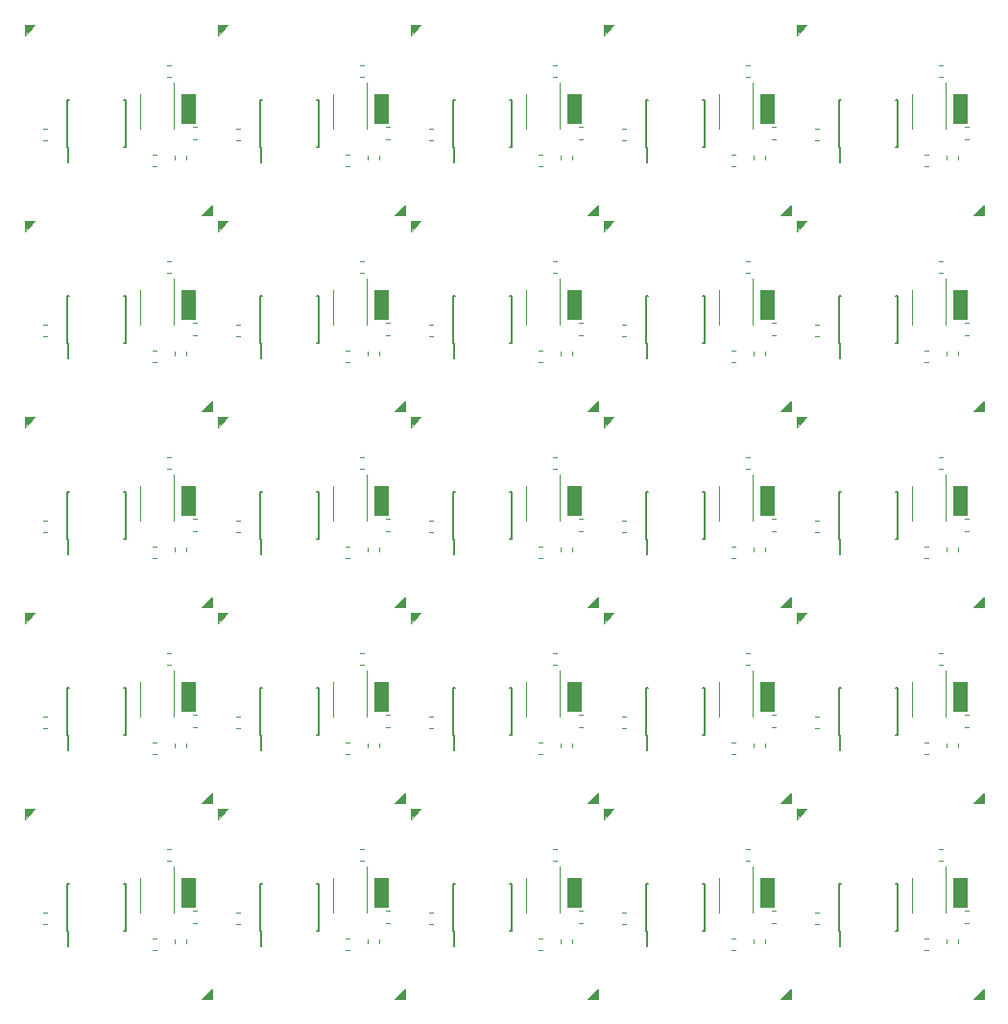
<source format=gto>
G04 #@! TF.GenerationSoftware,KiCad,Pcbnew,5.1.0*
G04 #@! TF.CreationDate,2019-09-19T00:51:00+09:00*
G04 #@! TF.ProjectId,panelized_key,70616e65-6c69-47a6-9564-5f6b65792e6b,rev?*
G04 #@! TF.SameCoordinates,Original*
G04 #@! TF.FileFunction,Legend,Top*
G04 #@! TF.FilePolarity,Positive*
%FSLAX46Y46*%
G04 Gerber Fmt 4.6, Leading zero omitted, Abs format (unit mm)*
G04 Created by KiCad (PCBNEW 5.1.0) date 2019-09-19 00:51:00*
%MOMM*%
%LPD*%
G04 APERTURE LIST*
%ADD10C,0.100000*%
%ADD11C,0.120000*%
%ADD12C,0.150000*%
G04 APERTURE END LIST*
D10*
G36*
X27940000Y-90678000D02*
G01*
X26797000Y-90678000D01*
X26797000Y-88138000D01*
X27940000Y-88138000D01*
X27940000Y-90678000D01*
G37*
X27940000Y-90678000D02*
X26797000Y-90678000D01*
X26797000Y-88138000D01*
X27940000Y-88138000D01*
X27940000Y-90678000D01*
G36*
X12954000Y-82931000D02*
G01*
X12954000Y-82042000D01*
X13843000Y-82042000D01*
X12954000Y-82931000D01*
G37*
X12954000Y-82931000D02*
X12954000Y-82042000D01*
X13843000Y-82042000D01*
X12954000Y-82931000D01*
G36*
X29464000Y-98806000D02*
G01*
X28575000Y-98806000D01*
X29464000Y-97917000D01*
X29464000Y-98806000D01*
G37*
X29464000Y-98806000D02*
X28575000Y-98806000D01*
X29464000Y-97917000D01*
X29464000Y-98806000D01*
G36*
X44958000Y-90678000D02*
G01*
X43815000Y-90678000D01*
X43815000Y-88138000D01*
X44958000Y-88138000D01*
X44958000Y-90678000D01*
G37*
X44958000Y-90678000D02*
X43815000Y-90678000D01*
X43815000Y-88138000D01*
X44958000Y-88138000D01*
X44958000Y-90678000D01*
G36*
X46990000Y-82931000D02*
G01*
X46990000Y-82042000D01*
X47879000Y-82042000D01*
X46990000Y-82931000D01*
G37*
X46990000Y-82931000D02*
X46990000Y-82042000D01*
X47879000Y-82042000D01*
X46990000Y-82931000D01*
G36*
X78994000Y-90678000D02*
G01*
X77851000Y-90678000D01*
X77851000Y-88138000D01*
X78994000Y-88138000D01*
X78994000Y-90678000D01*
G37*
X78994000Y-90678000D02*
X77851000Y-90678000D01*
X77851000Y-88138000D01*
X78994000Y-88138000D01*
X78994000Y-90678000D01*
G36*
X64008000Y-82931000D02*
G01*
X64008000Y-82042000D01*
X64897000Y-82042000D01*
X64008000Y-82931000D01*
G37*
X64008000Y-82931000D02*
X64008000Y-82042000D01*
X64897000Y-82042000D01*
X64008000Y-82931000D01*
G36*
X80518000Y-98806000D02*
G01*
X79629000Y-98806000D01*
X80518000Y-97917000D01*
X80518000Y-98806000D01*
G37*
X80518000Y-98806000D02*
X79629000Y-98806000D01*
X80518000Y-97917000D01*
X80518000Y-98806000D01*
G36*
X61976000Y-90678000D02*
G01*
X60833000Y-90678000D01*
X60833000Y-88138000D01*
X61976000Y-88138000D01*
X61976000Y-90678000D01*
G37*
X61976000Y-90678000D02*
X60833000Y-90678000D01*
X60833000Y-88138000D01*
X61976000Y-88138000D01*
X61976000Y-90678000D01*
G36*
X96012000Y-90678000D02*
G01*
X94869000Y-90678000D01*
X94869000Y-88138000D01*
X96012000Y-88138000D01*
X96012000Y-90678000D01*
G37*
X96012000Y-90678000D02*
X94869000Y-90678000D01*
X94869000Y-88138000D01*
X96012000Y-88138000D01*
X96012000Y-90678000D01*
G36*
X81026000Y-82931000D02*
G01*
X81026000Y-82042000D01*
X81915000Y-82042000D01*
X81026000Y-82931000D01*
G37*
X81026000Y-82931000D02*
X81026000Y-82042000D01*
X81915000Y-82042000D01*
X81026000Y-82931000D01*
G36*
X97536000Y-98806000D02*
G01*
X96647000Y-98806000D01*
X97536000Y-97917000D01*
X97536000Y-98806000D01*
G37*
X97536000Y-98806000D02*
X96647000Y-98806000D01*
X97536000Y-97917000D01*
X97536000Y-98806000D01*
G36*
X63500000Y-98806000D02*
G01*
X62611000Y-98806000D01*
X63500000Y-97917000D01*
X63500000Y-98806000D01*
G37*
X63500000Y-98806000D02*
X62611000Y-98806000D01*
X63500000Y-97917000D01*
X63500000Y-98806000D01*
G36*
X46482000Y-98806000D02*
G01*
X45593000Y-98806000D01*
X46482000Y-97917000D01*
X46482000Y-98806000D01*
G37*
X46482000Y-98806000D02*
X45593000Y-98806000D01*
X46482000Y-97917000D01*
X46482000Y-98806000D01*
G36*
X29972000Y-82931000D02*
G01*
X29972000Y-82042000D01*
X30861000Y-82042000D01*
X29972000Y-82931000D01*
G37*
X29972000Y-82931000D02*
X29972000Y-82042000D01*
X30861000Y-82042000D01*
X29972000Y-82931000D01*
G36*
X27940000Y-73406000D02*
G01*
X26797000Y-73406000D01*
X26797000Y-70866000D01*
X27940000Y-70866000D01*
X27940000Y-73406000D01*
G37*
X27940000Y-73406000D02*
X26797000Y-73406000D01*
X26797000Y-70866000D01*
X27940000Y-70866000D01*
X27940000Y-73406000D01*
G36*
X12954000Y-65659000D02*
G01*
X12954000Y-64770000D01*
X13843000Y-64770000D01*
X12954000Y-65659000D01*
G37*
X12954000Y-65659000D02*
X12954000Y-64770000D01*
X13843000Y-64770000D01*
X12954000Y-65659000D01*
G36*
X29464000Y-81534000D02*
G01*
X28575000Y-81534000D01*
X29464000Y-80645000D01*
X29464000Y-81534000D01*
G37*
X29464000Y-81534000D02*
X28575000Y-81534000D01*
X29464000Y-80645000D01*
X29464000Y-81534000D01*
G36*
X44958000Y-73406000D02*
G01*
X43815000Y-73406000D01*
X43815000Y-70866000D01*
X44958000Y-70866000D01*
X44958000Y-73406000D01*
G37*
X44958000Y-73406000D02*
X43815000Y-73406000D01*
X43815000Y-70866000D01*
X44958000Y-70866000D01*
X44958000Y-73406000D01*
G36*
X46990000Y-65659000D02*
G01*
X46990000Y-64770000D01*
X47879000Y-64770000D01*
X46990000Y-65659000D01*
G37*
X46990000Y-65659000D02*
X46990000Y-64770000D01*
X47879000Y-64770000D01*
X46990000Y-65659000D01*
G36*
X78994000Y-73406000D02*
G01*
X77851000Y-73406000D01*
X77851000Y-70866000D01*
X78994000Y-70866000D01*
X78994000Y-73406000D01*
G37*
X78994000Y-73406000D02*
X77851000Y-73406000D01*
X77851000Y-70866000D01*
X78994000Y-70866000D01*
X78994000Y-73406000D01*
G36*
X64008000Y-65659000D02*
G01*
X64008000Y-64770000D01*
X64897000Y-64770000D01*
X64008000Y-65659000D01*
G37*
X64008000Y-65659000D02*
X64008000Y-64770000D01*
X64897000Y-64770000D01*
X64008000Y-65659000D01*
G36*
X80518000Y-81534000D02*
G01*
X79629000Y-81534000D01*
X80518000Y-80645000D01*
X80518000Y-81534000D01*
G37*
X80518000Y-81534000D02*
X79629000Y-81534000D01*
X80518000Y-80645000D01*
X80518000Y-81534000D01*
G36*
X61976000Y-73406000D02*
G01*
X60833000Y-73406000D01*
X60833000Y-70866000D01*
X61976000Y-70866000D01*
X61976000Y-73406000D01*
G37*
X61976000Y-73406000D02*
X60833000Y-73406000D01*
X60833000Y-70866000D01*
X61976000Y-70866000D01*
X61976000Y-73406000D01*
G36*
X96012000Y-73406000D02*
G01*
X94869000Y-73406000D01*
X94869000Y-70866000D01*
X96012000Y-70866000D01*
X96012000Y-73406000D01*
G37*
X96012000Y-73406000D02*
X94869000Y-73406000D01*
X94869000Y-70866000D01*
X96012000Y-70866000D01*
X96012000Y-73406000D01*
G36*
X81026000Y-65659000D02*
G01*
X81026000Y-64770000D01*
X81915000Y-64770000D01*
X81026000Y-65659000D01*
G37*
X81026000Y-65659000D02*
X81026000Y-64770000D01*
X81915000Y-64770000D01*
X81026000Y-65659000D01*
G36*
X97536000Y-81534000D02*
G01*
X96647000Y-81534000D01*
X97536000Y-80645000D01*
X97536000Y-81534000D01*
G37*
X97536000Y-81534000D02*
X96647000Y-81534000D01*
X97536000Y-80645000D01*
X97536000Y-81534000D01*
G36*
X63500000Y-81534000D02*
G01*
X62611000Y-81534000D01*
X63500000Y-80645000D01*
X63500000Y-81534000D01*
G37*
X63500000Y-81534000D02*
X62611000Y-81534000D01*
X63500000Y-80645000D01*
X63500000Y-81534000D01*
G36*
X46482000Y-81534000D02*
G01*
X45593000Y-81534000D01*
X46482000Y-80645000D01*
X46482000Y-81534000D01*
G37*
X46482000Y-81534000D02*
X45593000Y-81534000D01*
X46482000Y-80645000D01*
X46482000Y-81534000D01*
G36*
X29972000Y-65659000D02*
G01*
X29972000Y-64770000D01*
X30861000Y-64770000D01*
X29972000Y-65659000D01*
G37*
X29972000Y-65659000D02*
X29972000Y-64770000D01*
X30861000Y-64770000D01*
X29972000Y-65659000D01*
G36*
X27940000Y-56134000D02*
G01*
X26797000Y-56134000D01*
X26797000Y-53594000D01*
X27940000Y-53594000D01*
X27940000Y-56134000D01*
G37*
X27940000Y-56134000D02*
X26797000Y-56134000D01*
X26797000Y-53594000D01*
X27940000Y-53594000D01*
X27940000Y-56134000D01*
G36*
X12954000Y-48387000D02*
G01*
X12954000Y-47498000D01*
X13843000Y-47498000D01*
X12954000Y-48387000D01*
G37*
X12954000Y-48387000D02*
X12954000Y-47498000D01*
X13843000Y-47498000D01*
X12954000Y-48387000D01*
G36*
X29464000Y-64262000D02*
G01*
X28575000Y-64262000D01*
X29464000Y-63373000D01*
X29464000Y-64262000D01*
G37*
X29464000Y-64262000D02*
X28575000Y-64262000D01*
X29464000Y-63373000D01*
X29464000Y-64262000D01*
G36*
X44958000Y-56134000D02*
G01*
X43815000Y-56134000D01*
X43815000Y-53594000D01*
X44958000Y-53594000D01*
X44958000Y-56134000D01*
G37*
X44958000Y-56134000D02*
X43815000Y-56134000D01*
X43815000Y-53594000D01*
X44958000Y-53594000D01*
X44958000Y-56134000D01*
G36*
X46990000Y-48387000D02*
G01*
X46990000Y-47498000D01*
X47879000Y-47498000D01*
X46990000Y-48387000D01*
G37*
X46990000Y-48387000D02*
X46990000Y-47498000D01*
X47879000Y-47498000D01*
X46990000Y-48387000D01*
G36*
X78994000Y-56134000D02*
G01*
X77851000Y-56134000D01*
X77851000Y-53594000D01*
X78994000Y-53594000D01*
X78994000Y-56134000D01*
G37*
X78994000Y-56134000D02*
X77851000Y-56134000D01*
X77851000Y-53594000D01*
X78994000Y-53594000D01*
X78994000Y-56134000D01*
G36*
X64008000Y-48387000D02*
G01*
X64008000Y-47498000D01*
X64897000Y-47498000D01*
X64008000Y-48387000D01*
G37*
X64008000Y-48387000D02*
X64008000Y-47498000D01*
X64897000Y-47498000D01*
X64008000Y-48387000D01*
G36*
X80518000Y-64262000D02*
G01*
X79629000Y-64262000D01*
X80518000Y-63373000D01*
X80518000Y-64262000D01*
G37*
X80518000Y-64262000D02*
X79629000Y-64262000D01*
X80518000Y-63373000D01*
X80518000Y-64262000D01*
G36*
X61976000Y-56134000D02*
G01*
X60833000Y-56134000D01*
X60833000Y-53594000D01*
X61976000Y-53594000D01*
X61976000Y-56134000D01*
G37*
X61976000Y-56134000D02*
X60833000Y-56134000D01*
X60833000Y-53594000D01*
X61976000Y-53594000D01*
X61976000Y-56134000D01*
G36*
X96012000Y-56134000D02*
G01*
X94869000Y-56134000D01*
X94869000Y-53594000D01*
X96012000Y-53594000D01*
X96012000Y-56134000D01*
G37*
X96012000Y-56134000D02*
X94869000Y-56134000D01*
X94869000Y-53594000D01*
X96012000Y-53594000D01*
X96012000Y-56134000D01*
G36*
X81026000Y-48387000D02*
G01*
X81026000Y-47498000D01*
X81915000Y-47498000D01*
X81026000Y-48387000D01*
G37*
X81026000Y-48387000D02*
X81026000Y-47498000D01*
X81915000Y-47498000D01*
X81026000Y-48387000D01*
G36*
X97536000Y-64262000D02*
G01*
X96647000Y-64262000D01*
X97536000Y-63373000D01*
X97536000Y-64262000D01*
G37*
X97536000Y-64262000D02*
X96647000Y-64262000D01*
X97536000Y-63373000D01*
X97536000Y-64262000D01*
G36*
X63500000Y-64262000D02*
G01*
X62611000Y-64262000D01*
X63500000Y-63373000D01*
X63500000Y-64262000D01*
G37*
X63500000Y-64262000D02*
X62611000Y-64262000D01*
X63500000Y-63373000D01*
X63500000Y-64262000D01*
G36*
X46482000Y-64262000D02*
G01*
X45593000Y-64262000D01*
X46482000Y-63373000D01*
X46482000Y-64262000D01*
G37*
X46482000Y-64262000D02*
X45593000Y-64262000D01*
X46482000Y-63373000D01*
X46482000Y-64262000D01*
G36*
X29972000Y-48387000D02*
G01*
X29972000Y-47498000D01*
X30861000Y-47498000D01*
X29972000Y-48387000D01*
G37*
X29972000Y-48387000D02*
X29972000Y-47498000D01*
X30861000Y-47498000D01*
X29972000Y-48387000D01*
G36*
X27940000Y-38862000D02*
G01*
X26797000Y-38862000D01*
X26797000Y-36322000D01*
X27940000Y-36322000D01*
X27940000Y-38862000D01*
G37*
X27940000Y-38862000D02*
X26797000Y-38862000D01*
X26797000Y-36322000D01*
X27940000Y-36322000D01*
X27940000Y-38862000D01*
G36*
X12954000Y-31115000D02*
G01*
X12954000Y-30226000D01*
X13843000Y-30226000D01*
X12954000Y-31115000D01*
G37*
X12954000Y-31115000D02*
X12954000Y-30226000D01*
X13843000Y-30226000D01*
X12954000Y-31115000D01*
G36*
X29464000Y-46990000D02*
G01*
X28575000Y-46990000D01*
X29464000Y-46101000D01*
X29464000Y-46990000D01*
G37*
X29464000Y-46990000D02*
X28575000Y-46990000D01*
X29464000Y-46101000D01*
X29464000Y-46990000D01*
G36*
X44958000Y-38862000D02*
G01*
X43815000Y-38862000D01*
X43815000Y-36322000D01*
X44958000Y-36322000D01*
X44958000Y-38862000D01*
G37*
X44958000Y-38862000D02*
X43815000Y-38862000D01*
X43815000Y-36322000D01*
X44958000Y-36322000D01*
X44958000Y-38862000D01*
G36*
X46990000Y-31115000D02*
G01*
X46990000Y-30226000D01*
X47879000Y-30226000D01*
X46990000Y-31115000D01*
G37*
X46990000Y-31115000D02*
X46990000Y-30226000D01*
X47879000Y-30226000D01*
X46990000Y-31115000D01*
G36*
X78994000Y-38862000D02*
G01*
X77851000Y-38862000D01*
X77851000Y-36322000D01*
X78994000Y-36322000D01*
X78994000Y-38862000D01*
G37*
X78994000Y-38862000D02*
X77851000Y-38862000D01*
X77851000Y-36322000D01*
X78994000Y-36322000D01*
X78994000Y-38862000D01*
G36*
X64008000Y-31115000D02*
G01*
X64008000Y-30226000D01*
X64897000Y-30226000D01*
X64008000Y-31115000D01*
G37*
X64008000Y-31115000D02*
X64008000Y-30226000D01*
X64897000Y-30226000D01*
X64008000Y-31115000D01*
G36*
X80518000Y-46990000D02*
G01*
X79629000Y-46990000D01*
X80518000Y-46101000D01*
X80518000Y-46990000D01*
G37*
X80518000Y-46990000D02*
X79629000Y-46990000D01*
X80518000Y-46101000D01*
X80518000Y-46990000D01*
G36*
X61976000Y-38862000D02*
G01*
X60833000Y-38862000D01*
X60833000Y-36322000D01*
X61976000Y-36322000D01*
X61976000Y-38862000D01*
G37*
X61976000Y-38862000D02*
X60833000Y-38862000D01*
X60833000Y-36322000D01*
X61976000Y-36322000D01*
X61976000Y-38862000D01*
G36*
X96012000Y-38862000D02*
G01*
X94869000Y-38862000D01*
X94869000Y-36322000D01*
X96012000Y-36322000D01*
X96012000Y-38862000D01*
G37*
X96012000Y-38862000D02*
X94869000Y-38862000D01*
X94869000Y-36322000D01*
X96012000Y-36322000D01*
X96012000Y-38862000D01*
G36*
X81026000Y-31115000D02*
G01*
X81026000Y-30226000D01*
X81915000Y-30226000D01*
X81026000Y-31115000D01*
G37*
X81026000Y-31115000D02*
X81026000Y-30226000D01*
X81915000Y-30226000D01*
X81026000Y-31115000D01*
G36*
X97536000Y-46990000D02*
G01*
X96647000Y-46990000D01*
X97536000Y-46101000D01*
X97536000Y-46990000D01*
G37*
X97536000Y-46990000D02*
X96647000Y-46990000D01*
X97536000Y-46101000D01*
X97536000Y-46990000D01*
G36*
X63500000Y-46990000D02*
G01*
X62611000Y-46990000D01*
X63500000Y-46101000D01*
X63500000Y-46990000D01*
G37*
X63500000Y-46990000D02*
X62611000Y-46990000D01*
X63500000Y-46101000D01*
X63500000Y-46990000D01*
G36*
X46482000Y-46990000D02*
G01*
X45593000Y-46990000D01*
X46482000Y-46101000D01*
X46482000Y-46990000D01*
G37*
X46482000Y-46990000D02*
X45593000Y-46990000D01*
X46482000Y-46101000D01*
X46482000Y-46990000D01*
G36*
X29972000Y-31115000D02*
G01*
X29972000Y-30226000D01*
X30861000Y-30226000D01*
X29972000Y-31115000D01*
G37*
X29972000Y-31115000D02*
X29972000Y-30226000D01*
X30861000Y-30226000D01*
X29972000Y-31115000D01*
G36*
X96012000Y-21590000D02*
G01*
X94869000Y-21590000D01*
X94869000Y-19050000D01*
X96012000Y-19050000D01*
X96012000Y-21590000D01*
G37*
X96012000Y-21590000D02*
X94869000Y-21590000D01*
X94869000Y-19050000D01*
X96012000Y-19050000D01*
X96012000Y-21590000D01*
G36*
X81026000Y-13843000D02*
G01*
X81026000Y-12954000D01*
X81915000Y-12954000D01*
X81026000Y-13843000D01*
G37*
X81026000Y-13843000D02*
X81026000Y-12954000D01*
X81915000Y-12954000D01*
X81026000Y-13843000D01*
G36*
X97536000Y-29718000D02*
G01*
X96647000Y-29718000D01*
X97536000Y-28829000D01*
X97536000Y-29718000D01*
G37*
X97536000Y-29718000D02*
X96647000Y-29718000D01*
X97536000Y-28829000D01*
X97536000Y-29718000D01*
G36*
X78994000Y-21590000D02*
G01*
X77851000Y-21590000D01*
X77851000Y-19050000D01*
X78994000Y-19050000D01*
X78994000Y-21590000D01*
G37*
X78994000Y-21590000D02*
X77851000Y-21590000D01*
X77851000Y-19050000D01*
X78994000Y-19050000D01*
X78994000Y-21590000D01*
G36*
X64008000Y-13843000D02*
G01*
X64008000Y-12954000D01*
X64897000Y-12954000D01*
X64008000Y-13843000D01*
G37*
X64008000Y-13843000D02*
X64008000Y-12954000D01*
X64897000Y-12954000D01*
X64008000Y-13843000D01*
G36*
X80518000Y-29718000D02*
G01*
X79629000Y-29718000D01*
X80518000Y-28829000D01*
X80518000Y-29718000D01*
G37*
X80518000Y-29718000D02*
X79629000Y-29718000D01*
X80518000Y-28829000D01*
X80518000Y-29718000D01*
G36*
X61976000Y-21590000D02*
G01*
X60833000Y-21590000D01*
X60833000Y-19050000D01*
X61976000Y-19050000D01*
X61976000Y-21590000D01*
G37*
X61976000Y-21590000D02*
X60833000Y-21590000D01*
X60833000Y-19050000D01*
X61976000Y-19050000D01*
X61976000Y-21590000D01*
G36*
X46990000Y-13843000D02*
G01*
X46990000Y-12954000D01*
X47879000Y-12954000D01*
X46990000Y-13843000D01*
G37*
X46990000Y-13843000D02*
X46990000Y-12954000D01*
X47879000Y-12954000D01*
X46990000Y-13843000D01*
G36*
X63500000Y-29718000D02*
G01*
X62611000Y-29718000D01*
X63500000Y-28829000D01*
X63500000Y-29718000D01*
G37*
X63500000Y-29718000D02*
X62611000Y-29718000D01*
X63500000Y-28829000D01*
X63500000Y-29718000D01*
G36*
X44958000Y-21590000D02*
G01*
X43815000Y-21590000D01*
X43815000Y-19050000D01*
X44958000Y-19050000D01*
X44958000Y-21590000D01*
G37*
X44958000Y-21590000D02*
X43815000Y-21590000D01*
X43815000Y-19050000D01*
X44958000Y-19050000D01*
X44958000Y-21590000D01*
G36*
X29972000Y-13843000D02*
G01*
X29972000Y-12954000D01*
X30861000Y-12954000D01*
X29972000Y-13843000D01*
G37*
X29972000Y-13843000D02*
X29972000Y-12954000D01*
X30861000Y-12954000D01*
X29972000Y-13843000D01*
G36*
X46482000Y-29718000D02*
G01*
X45593000Y-29718000D01*
X46482000Y-28829000D01*
X46482000Y-29718000D01*
G37*
X46482000Y-29718000D02*
X45593000Y-29718000D01*
X46482000Y-28829000D01*
X46482000Y-29718000D01*
G36*
X27940000Y-21590000D02*
G01*
X26797000Y-21590000D01*
X26797000Y-19050000D01*
X27940000Y-19050000D01*
X27940000Y-21590000D01*
G37*
X27940000Y-21590000D02*
X26797000Y-21590000D01*
X26797000Y-19050000D01*
X27940000Y-19050000D01*
X27940000Y-21590000D01*
G36*
X12954000Y-13843000D02*
G01*
X12954000Y-12954000D01*
X13843000Y-12954000D01*
X12954000Y-13843000D01*
G37*
X12954000Y-13843000D02*
X12954000Y-12954000D01*
X13843000Y-12954000D01*
X12954000Y-13843000D01*
G36*
X29464000Y-29718000D02*
G01*
X28575000Y-29718000D01*
X29464000Y-28829000D01*
X29464000Y-29718000D01*
G37*
X29464000Y-29718000D02*
X28575000Y-29718000D01*
X29464000Y-28829000D01*
X29464000Y-29718000D01*
D11*
X27768733Y-92077000D02*
X28111267Y-92077000D01*
X27768733Y-91057000D02*
X28111267Y-91057000D01*
X27180000Y-93897267D02*
X27180000Y-93554733D01*
X26160000Y-93897267D02*
X26160000Y-93554733D01*
X25482733Y-86616000D02*
X25825267Y-86616000D01*
X25482733Y-85596000D02*
X25825267Y-85596000D01*
X24212733Y-94490000D02*
X24555267Y-94490000D01*
X24212733Y-93470000D02*
X24555267Y-93470000D01*
D12*
X50815000Y-92753000D02*
X50815000Y-94153000D01*
X55915000Y-92753000D02*
X55915000Y-88603000D01*
X50765000Y-92753000D02*
X50765000Y-88603000D01*
X55915000Y-92753000D02*
X55770000Y-92753000D01*
X55915000Y-88603000D02*
X55770000Y-88603000D01*
X50765000Y-88603000D02*
X50910000Y-88603000D01*
X50765000Y-92753000D02*
X50815000Y-92753000D01*
D11*
X48596733Y-91184000D02*
X48939267Y-91184000D01*
X48596733Y-92204000D02*
X48939267Y-92204000D01*
X57174000Y-91162000D02*
X57174000Y-88162000D01*
X60174000Y-91162000D02*
X60174000Y-87162000D01*
X59518733Y-85596000D02*
X59861267Y-85596000D01*
X59518733Y-86616000D02*
X59861267Y-86616000D01*
X60196000Y-93897267D02*
X60196000Y-93554733D01*
X61216000Y-93897267D02*
X61216000Y-93554733D01*
X61804733Y-91057000D02*
X62147267Y-91057000D01*
X61804733Y-92077000D02*
X62147267Y-92077000D01*
X65614733Y-91184000D02*
X65957267Y-91184000D01*
X65614733Y-92204000D02*
X65957267Y-92204000D01*
D12*
X67833000Y-92753000D02*
X67833000Y-94153000D01*
X72933000Y-92753000D02*
X72933000Y-88603000D01*
X67783000Y-92753000D02*
X67783000Y-88603000D01*
X72933000Y-92753000D02*
X72788000Y-92753000D01*
X72933000Y-88603000D02*
X72788000Y-88603000D01*
X67783000Y-88603000D02*
X67928000Y-88603000D01*
X67783000Y-92753000D02*
X67833000Y-92753000D01*
D11*
X75266733Y-93470000D02*
X75609267Y-93470000D01*
X75266733Y-94490000D02*
X75609267Y-94490000D01*
X76536733Y-85596000D02*
X76879267Y-85596000D01*
X76536733Y-86616000D02*
X76879267Y-86616000D01*
X77214000Y-93897267D02*
X77214000Y-93554733D01*
X78234000Y-93897267D02*
X78234000Y-93554733D01*
X78822733Y-91057000D02*
X79165267Y-91057000D01*
X78822733Y-92077000D02*
X79165267Y-92077000D01*
X91210000Y-91162000D02*
X91210000Y-88162000D01*
X94210000Y-91162000D02*
X94210000Y-87162000D01*
X82632733Y-91184000D02*
X82975267Y-91184000D01*
X82632733Y-92204000D02*
X82975267Y-92204000D01*
D12*
X16729000Y-92753000D02*
X16779000Y-92753000D01*
X16729000Y-88603000D02*
X16874000Y-88603000D01*
X21879000Y-88603000D02*
X21734000Y-88603000D01*
X21879000Y-92753000D02*
X21734000Y-92753000D01*
X16729000Y-92753000D02*
X16729000Y-88603000D01*
X21879000Y-92753000D02*
X21879000Y-88603000D01*
X16779000Y-92753000D02*
X16779000Y-94153000D01*
X84851000Y-92753000D02*
X84851000Y-94153000D01*
X89951000Y-92753000D02*
X89951000Y-88603000D01*
X84801000Y-92753000D02*
X84801000Y-88603000D01*
X89951000Y-92753000D02*
X89806000Y-92753000D01*
X89951000Y-88603000D02*
X89806000Y-88603000D01*
X84801000Y-88603000D02*
X84946000Y-88603000D01*
X84801000Y-92753000D02*
X84851000Y-92753000D01*
D11*
X58248733Y-93470000D02*
X58591267Y-93470000D01*
X58248733Y-94490000D02*
X58591267Y-94490000D01*
X95840733Y-91057000D02*
X96183267Y-91057000D01*
X95840733Y-92077000D02*
X96183267Y-92077000D01*
X92284733Y-93470000D02*
X92627267Y-93470000D01*
X92284733Y-94490000D02*
X92627267Y-94490000D01*
X93554733Y-85596000D02*
X93897267Y-85596000D01*
X93554733Y-86616000D02*
X93897267Y-86616000D01*
X14560733Y-92204000D02*
X14903267Y-92204000D01*
X14560733Y-91184000D02*
X14903267Y-91184000D01*
X94232000Y-93897267D02*
X94232000Y-93554733D01*
X95252000Y-93897267D02*
X95252000Y-93554733D01*
X74192000Y-91162000D02*
X74192000Y-88162000D01*
X77192000Y-91162000D02*
X77192000Y-87162000D01*
X41230733Y-93470000D02*
X41573267Y-93470000D01*
X41230733Y-94490000D02*
X41573267Y-94490000D01*
D12*
X33797000Y-92753000D02*
X33797000Y-94153000D01*
X38897000Y-92753000D02*
X38897000Y-88603000D01*
X33747000Y-92753000D02*
X33747000Y-88603000D01*
X38897000Y-92753000D02*
X38752000Y-92753000D01*
X38897000Y-88603000D02*
X38752000Y-88603000D01*
X33747000Y-88603000D02*
X33892000Y-88603000D01*
X33747000Y-92753000D02*
X33797000Y-92753000D01*
D11*
X42500733Y-85596000D02*
X42843267Y-85596000D01*
X42500733Y-86616000D02*
X42843267Y-86616000D01*
X40156000Y-91162000D02*
X40156000Y-88162000D01*
X43156000Y-91162000D02*
X43156000Y-87162000D01*
X31578733Y-91184000D02*
X31921267Y-91184000D01*
X31578733Y-92204000D02*
X31921267Y-92204000D01*
X44786733Y-91057000D02*
X45129267Y-91057000D01*
X44786733Y-92077000D02*
X45129267Y-92077000D01*
X26138000Y-91162000D02*
X26138000Y-87162000D01*
X23138000Y-91162000D02*
X23138000Y-88162000D01*
X43178000Y-93897267D02*
X43178000Y-93554733D01*
X44198000Y-93897267D02*
X44198000Y-93554733D01*
X27768733Y-74805000D02*
X28111267Y-74805000D01*
X27768733Y-73785000D02*
X28111267Y-73785000D01*
X27180000Y-76625267D02*
X27180000Y-76282733D01*
X26160000Y-76625267D02*
X26160000Y-76282733D01*
X25482733Y-69344000D02*
X25825267Y-69344000D01*
X25482733Y-68324000D02*
X25825267Y-68324000D01*
X24212733Y-77218000D02*
X24555267Y-77218000D01*
X24212733Y-76198000D02*
X24555267Y-76198000D01*
D12*
X50815000Y-75481000D02*
X50815000Y-76881000D01*
X55915000Y-75481000D02*
X55915000Y-71331000D01*
X50765000Y-75481000D02*
X50765000Y-71331000D01*
X55915000Y-75481000D02*
X55770000Y-75481000D01*
X55915000Y-71331000D02*
X55770000Y-71331000D01*
X50765000Y-71331000D02*
X50910000Y-71331000D01*
X50765000Y-75481000D02*
X50815000Y-75481000D01*
D11*
X48596733Y-73912000D02*
X48939267Y-73912000D01*
X48596733Y-74932000D02*
X48939267Y-74932000D01*
X57174000Y-73890000D02*
X57174000Y-70890000D01*
X60174000Y-73890000D02*
X60174000Y-69890000D01*
X59518733Y-68324000D02*
X59861267Y-68324000D01*
X59518733Y-69344000D02*
X59861267Y-69344000D01*
X60196000Y-76625267D02*
X60196000Y-76282733D01*
X61216000Y-76625267D02*
X61216000Y-76282733D01*
X61804733Y-73785000D02*
X62147267Y-73785000D01*
X61804733Y-74805000D02*
X62147267Y-74805000D01*
X65614733Y-73912000D02*
X65957267Y-73912000D01*
X65614733Y-74932000D02*
X65957267Y-74932000D01*
D12*
X67833000Y-75481000D02*
X67833000Y-76881000D01*
X72933000Y-75481000D02*
X72933000Y-71331000D01*
X67783000Y-75481000D02*
X67783000Y-71331000D01*
X72933000Y-75481000D02*
X72788000Y-75481000D01*
X72933000Y-71331000D02*
X72788000Y-71331000D01*
X67783000Y-71331000D02*
X67928000Y-71331000D01*
X67783000Y-75481000D02*
X67833000Y-75481000D01*
D11*
X75266733Y-76198000D02*
X75609267Y-76198000D01*
X75266733Y-77218000D02*
X75609267Y-77218000D01*
X76536733Y-68324000D02*
X76879267Y-68324000D01*
X76536733Y-69344000D02*
X76879267Y-69344000D01*
X77214000Y-76625267D02*
X77214000Y-76282733D01*
X78234000Y-76625267D02*
X78234000Y-76282733D01*
X78822733Y-73785000D02*
X79165267Y-73785000D01*
X78822733Y-74805000D02*
X79165267Y-74805000D01*
X91210000Y-73890000D02*
X91210000Y-70890000D01*
X94210000Y-73890000D02*
X94210000Y-69890000D01*
X82632733Y-73912000D02*
X82975267Y-73912000D01*
X82632733Y-74932000D02*
X82975267Y-74932000D01*
D12*
X16729000Y-75481000D02*
X16779000Y-75481000D01*
X16729000Y-71331000D02*
X16874000Y-71331000D01*
X21879000Y-71331000D02*
X21734000Y-71331000D01*
X21879000Y-75481000D02*
X21734000Y-75481000D01*
X16729000Y-75481000D02*
X16729000Y-71331000D01*
X21879000Y-75481000D02*
X21879000Y-71331000D01*
X16779000Y-75481000D02*
X16779000Y-76881000D01*
X84851000Y-75481000D02*
X84851000Y-76881000D01*
X89951000Y-75481000D02*
X89951000Y-71331000D01*
X84801000Y-75481000D02*
X84801000Y-71331000D01*
X89951000Y-75481000D02*
X89806000Y-75481000D01*
X89951000Y-71331000D02*
X89806000Y-71331000D01*
X84801000Y-71331000D02*
X84946000Y-71331000D01*
X84801000Y-75481000D02*
X84851000Y-75481000D01*
D11*
X58248733Y-76198000D02*
X58591267Y-76198000D01*
X58248733Y-77218000D02*
X58591267Y-77218000D01*
X95840733Y-73785000D02*
X96183267Y-73785000D01*
X95840733Y-74805000D02*
X96183267Y-74805000D01*
X92284733Y-76198000D02*
X92627267Y-76198000D01*
X92284733Y-77218000D02*
X92627267Y-77218000D01*
X93554733Y-68324000D02*
X93897267Y-68324000D01*
X93554733Y-69344000D02*
X93897267Y-69344000D01*
X14560733Y-74932000D02*
X14903267Y-74932000D01*
X14560733Y-73912000D02*
X14903267Y-73912000D01*
X94232000Y-76625267D02*
X94232000Y-76282733D01*
X95252000Y-76625267D02*
X95252000Y-76282733D01*
X74192000Y-73890000D02*
X74192000Y-70890000D01*
X77192000Y-73890000D02*
X77192000Y-69890000D01*
X41230733Y-76198000D02*
X41573267Y-76198000D01*
X41230733Y-77218000D02*
X41573267Y-77218000D01*
D12*
X33797000Y-75481000D02*
X33797000Y-76881000D01*
X38897000Y-75481000D02*
X38897000Y-71331000D01*
X33747000Y-75481000D02*
X33747000Y-71331000D01*
X38897000Y-75481000D02*
X38752000Y-75481000D01*
X38897000Y-71331000D02*
X38752000Y-71331000D01*
X33747000Y-71331000D02*
X33892000Y-71331000D01*
X33747000Y-75481000D02*
X33797000Y-75481000D01*
D11*
X42500733Y-68324000D02*
X42843267Y-68324000D01*
X42500733Y-69344000D02*
X42843267Y-69344000D01*
X40156000Y-73890000D02*
X40156000Y-70890000D01*
X43156000Y-73890000D02*
X43156000Y-69890000D01*
X31578733Y-73912000D02*
X31921267Y-73912000D01*
X31578733Y-74932000D02*
X31921267Y-74932000D01*
X44786733Y-73785000D02*
X45129267Y-73785000D01*
X44786733Y-74805000D02*
X45129267Y-74805000D01*
X26138000Y-73890000D02*
X26138000Y-69890000D01*
X23138000Y-73890000D02*
X23138000Y-70890000D01*
X43178000Y-76625267D02*
X43178000Y-76282733D01*
X44198000Y-76625267D02*
X44198000Y-76282733D01*
X27768733Y-57533000D02*
X28111267Y-57533000D01*
X27768733Y-56513000D02*
X28111267Y-56513000D01*
X27180000Y-59353267D02*
X27180000Y-59010733D01*
X26160000Y-59353267D02*
X26160000Y-59010733D01*
X25482733Y-52072000D02*
X25825267Y-52072000D01*
X25482733Y-51052000D02*
X25825267Y-51052000D01*
X24212733Y-59946000D02*
X24555267Y-59946000D01*
X24212733Y-58926000D02*
X24555267Y-58926000D01*
D12*
X50815000Y-58209000D02*
X50815000Y-59609000D01*
X55915000Y-58209000D02*
X55915000Y-54059000D01*
X50765000Y-58209000D02*
X50765000Y-54059000D01*
X55915000Y-58209000D02*
X55770000Y-58209000D01*
X55915000Y-54059000D02*
X55770000Y-54059000D01*
X50765000Y-54059000D02*
X50910000Y-54059000D01*
X50765000Y-58209000D02*
X50815000Y-58209000D01*
D11*
X48596733Y-56640000D02*
X48939267Y-56640000D01*
X48596733Y-57660000D02*
X48939267Y-57660000D01*
X57174000Y-56618000D02*
X57174000Y-53618000D01*
X60174000Y-56618000D02*
X60174000Y-52618000D01*
X59518733Y-51052000D02*
X59861267Y-51052000D01*
X59518733Y-52072000D02*
X59861267Y-52072000D01*
X60196000Y-59353267D02*
X60196000Y-59010733D01*
X61216000Y-59353267D02*
X61216000Y-59010733D01*
X61804733Y-56513000D02*
X62147267Y-56513000D01*
X61804733Y-57533000D02*
X62147267Y-57533000D01*
X65614733Y-56640000D02*
X65957267Y-56640000D01*
X65614733Y-57660000D02*
X65957267Y-57660000D01*
D12*
X67833000Y-58209000D02*
X67833000Y-59609000D01*
X72933000Y-58209000D02*
X72933000Y-54059000D01*
X67783000Y-58209000D02*
X67783000Y-54059000D01*
X72933000Y-58209000D02*
X72788000Y-58209000D01*
X72933000Y-54059000D02*
X72788000Y-54059000D01*
X67783000Y-54059000D02*
X67928000Y-54059000D01*
X67783000Y-58209000D02*
X67833000Y-58209000D01*
D11*
X75266733Y-58926000D02*
X75609267Y-58926000D01*
X75266733Y-59946000D02*
X75609267Y-59946000D01*
X76536733Y-51052000D02*
X76879267Y-51052000D01*
X76536733Y-52072000D02*
X76879267Y-52072000D01*
X77214000Y-59353267D02*
X77214000Y-59010733D01*
X78234000Y-59353267D02*
X78234000Y-59010733D01*
X78822733Y-56513000D02*
X79165267Y-56513000D01*
X78822733Y-57533000D02*
X79165267Y-57533000D01*
X91210000Y-56618000D02*
X91210000Y-53618000D01*
X94210000Y-56618000D02*
X94210000Y-52618000D01*
X82632733Y-56640000D02*
X82975267Y-56640000D01*
X82632733Y-57660000D02*
X82975267Y-57660000D01*
D12*
X16729000Y-58209000D02*
X16779000Y-58209000D01*
X16729000Y-54059000D02*
X16874000Y-54059000D01*
X21879000Y-54059000D02*
X21734000Y-54059000D01*
X21879000Y-58209000D02*
X21734000Y-58209000D01*
X16729000Y-58209000D02*
X16729000Y-54059000D01*
X21879000Y-58209000D02*
X21879000Y-54059000D01*
X16779000Y-58209000D02*
X16779000Y-59609000D01*
X84851000Y-58209000D02*
X84851000Y-59609000D01*
X89951000Y-58209000D02*
X89951000Y-54059000D01*
X84801000Y-58209000D02*
X84801000Y-54059000D01*
X89951000Y-58209000D02*
X89806000Y-58209000D01*
X89951000Y-54059000D02*
X89806000Y-54059000D01*
X84801000Y-54059000D02*
X84946000Y-54059000D01*
X84801000Y-58209000D02*
X84851000Y-58209000D01*
D11*
X58248733Y-58926000D02*
X58591267Y-58926000D01*
X58248733Y-59946000D02*
X58591267Y-59946000D01*
X95840733Y-56513000D02*
X96183267Y-56513000D01*
X95840733Y-57533000D02*
X96183267Y-57533000D01*
X92284733Y-58926000D02*
X92627267Y-58926000D01*
X92284733Y-59946000D02*
X92627267Y-59946000D01*
X93554733Y-51052000D02*
X93897267Y-51052000D01*
X93554733Y-52072000D02*
X93897267Y-52072000D01*
X14560733Y-57660000D02*
X14903267Y-57660000D01*
X14560733Y-56640000D02*
X14903267Y-56640000D01*
X94232000Y-59353267D02*
X94232000Y-59010733D01*
X95252000Y-59353267D02*
X95252000Y-59010733D01*
X74192000Y-56618000D02*
X74192000Y-53618000D01*
X77192000Y-56618000D02*
X77192000Y-52618000D01*
X41230733Y-58926000D02*
X41573267Y-58926000D01*
X41230733Y-59946000D02*
X41573267Y-59946000D01*
D12*
X33797000Y-58209000D02*
X33797000Y-59609000D01*
X38897000Y-58209000D02*
X38897000Y-54059000D01*
X33747000Y-58209000D02*
X33747000Y-54059000D01*
X38897000Y-58209000D02*
X38752000Y-58209000D01*
X38897000Y-54059000D02*
X38752000Y-54059000D01*
X33747000Y-54059000D02*
X33892000Y-54059000D01*
X33747000Y-58209000D02*
X33797000Y-58209000D01*
D11*
X42500733Y-51052000D02*
X42843267Y-51052000D01*
X42500733Y-52072000D02*
X42843267Y-52072000D01*
X40156000Y-56618000D02*
X40156000Y-53618000D01*
X43156000Y-56618000D02*
X43156000Y-52618000D01*
X31578733Y-56640000D02*
X31921267Y-56640000D01*
X31578733Y-57660000D02*
X31921267Y-57660000D01*
X44786733Y-56513000D02*
X45129267Y-56513000D01*
X44786733Y-57533000D02*
X45129267Y-57533000D01*
X26138000Y-56618000D02*
X26138000Y-52618000D01*
X23138000Y-56618000D02*
X23138000Y-53618000D01*
X43178000Y-59353267D02*
X43178000Y-59010733D01*
X44198000Y-59353267D02*
X44198000Y-59010733D01*
X27768733Y-40261000D02*
X28111267Y-40261000D01*
X27768733Y-39241000D02*
X28111267Y-39241000D01*
X27180000Y-42081267D02*
X27180000Y-41738733D01*
X26160000Y-42081267D02*
X26160000Y-41738733D01*
X25482733Y-34800000D02*
X25825267Y-34800000D01*
X25482733Y-33780000D02*
X25825267Y-33780000D01*
X24212733Y-42674000D02*
X24555267Y-42674000D01*
X24212733Y-41654000D02*
X24555267Y-41654000D01*
D12*
X50815000Y-40937000D02*
X50815000Y-42337000D01*
X55915000Y-40937000D02*
X55915000Y-36787000D01*
X50765000Y-40937000D02*
X50765000Y-36787000D01*
X55915000Y-40937000D02*
X55770000Y-40937000D01*
X55915000Y-36787000D02*
X55770000Y-36787000D01*
X50765000Y-36787000D02*
X50910000Y-36787000D01*
X50765000Y-40937000D02*
X50815000Y-40937000D01*
D11*
X48596733Y-39368000D02*
X48939267Y-39368000D01*
X48596733Y-40388000D02*
X48939267Y-40388000D01*
X57174000Y-39346000D02*
X57174000Y-36346000D01*
X60174000Y-39346000D02*
X60174000Y-35346000D01*
X59518733Y-33780000D02*
X59861267Y-33780000D01*
X59518733Y-34800000D02*
X59861267Y-34800000D01*
X60196000Y-42081267D02*
X60196000Y-41738733D01*
X61216000Y-42081267D02*
X61216000Y-41738733D01*
X61804733Y-39241000D02*
X62147267Y-39241000D01*
X61804733Y-40261000D02*
X62147267Y-40261000D01*
X65614733Y-39368000D02*
X65957267Y-39368000D01*
X65614733Y-40388000D02*
X65957267Y-40388000D01*
D12*
X67833000Y-40937000D02*
X67833000Y-42337000D01*
X72933000Y-40937000D02*
X72933000Y-36787000D01*
X67783000Y-40937000D02*
X67783000Y-36787000D01*
X72933000Y-40937000D02*
X72788000Y-40937000D01*
X72933000Y-36787000D02*
X72788000Y-36787000D01*
X67783000Y-36787000D02*
X67928000Y-36787000D01*
X67783000Y-40937000D02*
X67833000Y-40937000D01*
D11*
X75266733Y-41654000D02*
X75609267Y-41654000D01*
X75266733Y-42674000D02*
X75609267Y-42674000D01*
X76536733Y-33780000D02*
X76879267Y-33780000D01*
X76536733Y-34800000D02*
X76879267Y-34800000D01*
X77214000Y-42081267D02*
X77214000Y-41738733D01*
X78234000Y-42081267D02*
X78234000Y-41738733D01*
X78822733Y-39241000D02*
X79165267Y-39241000D01*
X78822733Y-40261000D02*
X79165267Y-40261000D01*
X91210000Y-39346000D02*
X91210000Y-36346000D01*
X94210000Y-39346000D02*
X94210000Y-35346000D01*
X82632733Y-39368000D02*
X82975267Y-39368000D01*
X82632733Y-40388000D02*
X82975267Y-40388000D01*
D12*
X16729000Y-40937000D02*
X16779000Y-40937000D01*
X16729000Y-36787000D02*
X16874000Y-36787000D01*
X21879000Y-36787000D02*
X21734000Y-36787000D01*
X21879000Y-40937000D02*
X21734000Y-40937000D01*
X16729000Y-40937000D02*
X16729000Y-36787000D01*
X21879000Y-40937000D02*
X21879000Y-36787000D01*
X16779000Y-40937000D02*
X16779000Y-42337000D01*
X84851000Y-40937000D02*
X84851000Y-42337000D01*
X89951000Y-40937000D02*
X89951000Y-36787000D01*
X84801000Y-40937000D02*
X84801000Y-36787000D01*
X89951000Y-40937000D02*
X89806000Y-40937000D01*
X89951000Y-36787000D02*
X89806000Y-36787000D01*
X84801000Y-36787000D02*
X84946000Y-36787000D01*
X84801000Y-40937000D02*
X84851000Y-40937000D01*
D11*
X58248733Y-41654000D02*
X58591267Y-41654000D01*
X58248733Y-42674000D02*
X58591267Y-42674000D01*
X95840733Y-39241000D02*
X96183267Y-39241000D01*
X95840733Y-40261000D02*
X96183267Y-40261000D01*
X92284733Y-41654000D02*
X92627267Y-41654000D01*
X92284733Y-42674000D02*
X92627267Y-42674000D01*
X93554733Y-33780000D02*
X93897267Y-33780000D01*
X93554733Y-34800000D02*
X93897267Y-34800000D01*
X14560733Y-40388000D02*
X14903267Y-40388000D01*
X14560733Y-39368000D02*
X14903267Y-39368000D01*
X94232000Y-42081267D02*
X94232000Y-41738733D01*
X95252000Y-42081267D02*
X95252000Y-41738733D01*
X74192000Y-39346000D02*
X74192000Y-36346000D01*
X77192000Y-39346000D02*
X77192000Y-35346000D01*
X41230733Y-41654000D02*
X41573267Y-41654000D01*
X41230733Y-42674000D02*
X41573267Y-42674000D01*
D12*
X33797000Y-40937000D02*
X33797000Y-42337000D01*
X38897000Y-40937000D02*
X38897000Y-36787000D01*
X33747000Y-40937000D02*
X33747000Y-36787000D01*
X38897000Y-40937000D02*
X38752000Y-40937000D01*
X38897000Y-36787000D02*
X38752000Y-36787000D01*
X33747000Y-36787000D02*
X33892000Y-36787000D01*
X33747000Y-40937000D02*
X33797000Y-40937000D01*
D11*
X42500733Y-33780000D02*
X42843267Y-33780000D01*
X42500733Y-34800000D02*
X42843267Y-34800000D01*
X40156000Y-39346000D02*
X40156000Y-36346000D01*
X43156000Y-39346000D02*
X43156000Y-35346000D01*
X31578733Y-39368000D02*
X31921267Y-39368000D01*
X31578733Y-40388000D02*
X31921267Y-40388000D01*
X44786733Y-39241000D02*
X45129267Y-39241000D01*
X44786733Y-40261000D02*
X45129267Y-40261000D01*
X26138000Y-39346000D02*
X26138000Y-35346000D01*
X23138000Y-39346000D02*
X23138000Y-36346000D01*
X43178000Y-42081267D02*
X43178000Y-41738733D01*
X44198000Y-42081267D02*
X44198000Y-41738733D01*
X95840733Y-22989000D02*
X96183267Y-22989000D01*
X95840733Y-21969000D02*
X96183267Y-21969000D01*
X95252000Y-24809267D02*
X95252000Y-24466733D01*
X94232000Y-24809267D02*
X94232000Y-24466733D01*
X93554733Y-17528000D02*
X93897267Y-17528000D01*
X93554733Y-16508000D02*
X93897267Y-16508000D01*
X92284733Y-25402000D02*
X92627267Y-25402000D01*
X92284733Y-24382000D02*
X92627267Y-24382000D01*
D12*
X84801000Y-23665000D02*
X84851000Y-23665000D01*
X84801000Y-19515000D02*
X84946000Y-19515000D01*
X89951000Y-19515000D02*
X89806000Y-19515000D01*
X89951000Y-23665000D02*
X89806000Y-23665000D01*
X84801000Y-23665000D02*
X84801000Y-19515000D01*
X89951000Y-23665000D02*
X89951000Y-19515000D01*
X84851000Y-23665000D02*
X84851000Y-25065000D01*
D11*
X82632733Y-23116000D02*
X82975267Y-23116000D01*
X82632733Y-22096000D02*
X82975267Y-22096000D01*
X94210000Y-22074000D02*
X94210000Y-18074000D01*
X91210000Y-22074000D02*
X91210000Y-19074000D01*
X78822733Y-22989000D02*
X79165267Y-22989000D01*
X78822733Y-21969000D02*
X79165267Y-21969000D01*
X78234000Y-24809267D02*
X78234000Y-24466733D01*
X77214000Y-24809267D02*
X77214000Y-24466733D01*
X76536733Y-17528000D02*
X76879267Y-17528000D01*
X76536733Y-16508000D02*
X76879267Y-16508000D01*
X75266733Y-25402000D02*
X75609267Y-25402000D01*
X75266733Y-24382000D02*
X75609267Y-24382000D01*
D12*
X67783000Y-23665000D02*
X67833000Y-23665000D01*
X67783000Y-19515000D02*
X67928000Y-19515000D01*
X72933000Y-19515000D02*
X72788000Y-19515000D01*
X72933000Y-23665000D02*
X72788000Y-23665000D01*
X67783000Y-23665000D02*
X67783000Y-19515000D01*
X72933000Y-23665000D02*
X72933000Y-19515000D01*
X67833000Y-23665000D02*
X67833000Y-25065000D01*
D11*
X65614733Y-23116000D02*
X65957267Y-23116000D01*
X65614733Y-22096000D02*
X65957267Y-22096000D01*
X77192000Y-22074000D02*
X77192000Y-18074000D01*
X74192000Y-22074000D02*
X74192000Y-19074000D01*
X61804733Y-22989000D02*
X62147267Y-22989000D01*
X61804733Y-21969000D02*
X62147267Y-21969000D01*
X61216000Y-24809267D02*
X61216000Y-24466733D01*
X60196000Y-24809267D02*
X60196000Y-24466733D01*
X59518733Y-17528000D02*
X59861267Y-17528000D01*
X59518733Y-16508000D02*
X59861267Y-16508000D01*
X58248733Y-25402000D02*
X58591267Y-25402000D01*
X58248733Y-24382000D02*
X58591267Y-24382000D01*
D12*
X50765000Y-23665000D02*
X50815000Y-23665000D01*
X50765000Y-19515000D02*
X50910000Y-19515000D01*
X55915000Y-19515000D02*
X55770000Y-19515000D01*
X55915000Y-23665000D02*
X55770000Y-23665000D01*
X50765000Y-23665000D02*
X50765000Y-19515000D01*
X55915000Y-23665000D02*
X55915000Y-19515000D01*
X50815000Y-23665000D02*
X50815000Y-25065000D01*
D11*
X48596733Y-23116000D02*
X48939267Y-23116000D01*
X48596733Y-22096000D02*
X48939267Y-22096000D01*
X60174000Y-22074000D02*
X60174000Y-18074000D01*
X57174000Y-22074000D02*
X57174000Y-19074000D01*
X44786733Y-22989000D02*
X45129267Y-22989000D01*
X44786733Y-21969000D02*
X45129267Y-21969000D01*
X44198000Y-24809267D02*
X44198000Y-24466733D01*
X43178000Y-24809267D02*
X43178000Y-24466733D01*
X42500733Y-17528000D02*
X42843267Y-17528000D01*
X42500733Y-16508000D02*
X42843267Y-16508000D01*
X41230733Y-25402000D02*
X41573267Y-25402000D01*
X41230733Y-24382000D02*
X41573267Y-24382000D01*
D12*
X33747000Y-23665000D02*
X33797000Y-23665000D01*
X33747000Y-19515000D02*
X33892000Y-19515000D01*
X38897000Y-19515000D02*
X38752000Y-19515000D01*
X38897000Y-23665000D02*
X38752000Y-23665000D01*
X33747000Y-23665000D02*
X33747000Y-19515000D01*
X38897000Y-23665000D02*
X38897000Y-19515000D01*
X33797000Y-23665000D02*
X33797000Y-25065000D01*
D11*
X31578733Y-23116000D02*
X31921267Y-23116000D01*
X31578733Y-22096000D02*
X31921267Y-22096000D01*
X43156000Y-22074000D02*
X43156000Y-18074000D01*
X40156000Y-22074000D02*
X40156000Y-19074000D01*
X23138000Y-22074000D02*
X23138000Y-19074000D01*
X26138000Y-22074000D02*
X26138000Y-18074000D01*
X27768733Y-21969000D02*
X28111267Y-21969000D01*
X27768733Y-22989000D02*
X28111267Y-22989000D01*
X14560733Y-22096000D02*
X14903267Y-22096000D01*
X14560733Y-23116000D02*
X14903267Y-23116000D01*
D12*
X16779000Y-23665000D02*
X16779000Y-25065000D01*
X21879000Y-23665000D02*
X21879000Y-19515000D01*
X16729000Y-23665000D02*
X16729000Y-19515000D01*
X21879000Y-23665000D02*
X21734000Y-23665000D01*
X21879000Y-19515000D02*
X21734000Y-19515000D01*
X16729000Y-19515000D02*
X16874000Y-19515000D01*
X16729000Y-23665000D02*
X16779000Y-23665000D01*
D11*
X24212733Y-24382000D02*
X24555267Y-24382000D01*
X24212733Y-25402000D02*
X24555267Y-25402000D01*
X25482733Y-16508000D02*
X25825267Y-16508000D01*
X25482733Y-17528000D02*
X25825267Y-17528000D01*
X26160000Y-24809267D02*
X26160000Y-24466733D01*
X27180000Y-24809267D02*
X27180000Y-24466733D01*
M02*

</source>
